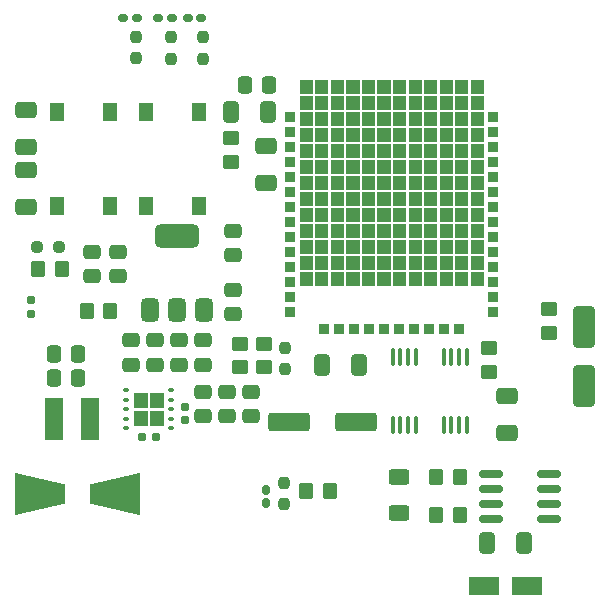
<source format=gtp>
G04 #@! TF.GenerationSoftware,KiCad,Pcbnew,8.0.7*
G04 #@! TF.CreationDate,2025-07-06T21:45:57+02:00*
G04 #@! TF.ProjectId,modbus-to-x,6d6f6462-7573-42d7-946f-2d782e6b6963,rev?*
G04 #@! TF.SameCoordinates,Original*
G04 #@! TF.FileFunction,Paste,Top*
G04 #@! TF.FilePolarity,Positive*
%FSLAX46Y46*%
G04 Gerber Fmt 4.6, Leading zero omitted, Abs format (unit mm)*
G04 Created by KiCad (PCBNEW 8.0.7) date 2025-07-06 21:45:57*
%MOMM*%
%LPD*%
G01*
G04 APERTURE LIST*
G04 Aperture macros list*
%AMRoundRect*
0 Rectangle with rounded corners*
0 $1 Rounding radius*
0 $2 $3 $4 $5 $6 $7 $8 $9 X,Y pos of 4 corners*
0 Add a 4 corners polygon primitive as box body*
4,1,4,$2,$3,$4,$5,$6,$7,$8,$9,$2,$3,0*
0 Add four circle primitives for the rounded corners*
1,1,$1+$1,$2,$3*
1,1,$1+$1,$4,$5*
1,1,$1+$1,$6,$7*
1,1,$1+$1,$8,$9*
0 Add four rect primitives between the rounded corners*
20,1,$1+$1,$2,$3,$4,$5,0*
20,1,$1+$1,$4,$5,$6,$7,0*
20,1,$1+$1,$6,$7,$8,$9,0*
20,1,$1+$1,$8,$9,$2,$3,0*%
%AMOutline4P*
0 Free polygon, 4 corners , with rotation*
0 The origin of the aperture is its center*
0 number of corners: always 4*
0 $1 to $8 corner X, Y*
0 $9 Rotation angle, in degrees counterclockwise*
0 create outline with 4 corners*
4,1,4,$1,$2,$3,$4,$5,$6,$7,$8,$1,$2,$9*%
G04 Aperture macros list end*
%ADD10C,0.000000*%
%ADD11RoundRect,0.155000X-0.212500X-0.155000X0.212500X-0.155000X0.212500X0.155000X-0.212500X0.155000X0*%
%ADD12RoundRect,0.250000X-0.475000X0.337500X-0.475000X-0.337500X0.475000X-0.337500X0.475000X0.337500X0*%
%ADD13RoundRect,0.237500X0.237500X-0.250000X0.237500X0.250000X-0.237500X0.250000X-0.237500X-0.250000X0*%
%ADD14RoundRect,0.100000X-0.100000X0.637500X-0.100000X-0.637500X0.100000X-0.637500X0.100000X0.637500X0*%
%ADD15RoundRect,0.250000X-0.450000X0.350000X-0.450000X-0.350000X0.450000X-0.350000X0.450000X0.350000X0*%
%ADD16RoundRect,0.250000X0.337500X0.475000X-0.337500X0.475000X-0.337500X-0.475000X0.337500X-0.475000X0*%
%ADD17RoundRect,0.237500X-0.250000X-0.237500X0.250000X-0.237500X0.250000X0.237500X-0.250000X0.237500X0*%
%ADD18RoundRect,0.250000X-1.050000X-0.550000X1.050000X-0.550000X1.050000X0.550000X-1.050000X0.550000X0*%
%ADD19RoundRect,0.250000X-1.500000X-0.550000X1.500000X-0.550000X1.500000X0.550000X-1.500000X0.550000X0*%
%ADD20RoundRect,0.160000X-0.222500X-0.160000X0.222500X-0.160000X0.222500X0.160000X-0.222500X0.160000X0*%
%ADD21RoundRect,0.250000X0.475000X-0.337500X0.475000X0.337500X-0.475000X0.337500X-0.475000X-0.337500X0*%
%ADD22RoundRect,0.160000X0.160000X-0.222500X0.160000X0.222500X-0.160000X0.222500X-0.160000X-0.222500X0*%
%ADD23RoundRect,0.160000X0.222500X0.160000X-0.222500X0.160000X-0.222500X-0.160000X0.222500X-0.160000X0*%
%ADD24RoundRect,0.375000X0.375000X-0.625000X0.375000X0.625000X-0.375000X0.625000X-0.375000X-0.625000X0*%
%ADD25RoundRect,0.500000X1.400000X-0.500000X1.400000X0.500000X-1.400000X0.500000X-1.400000X-0.500000X0*%
%ADD26R,0.838200X0.889000*%
%ADD27R,0.889000X0.838200*%
%ADD28RoundRect,0.250000X0.350000X0.450000X-0.350000X0.450000X-0.350000X-0.450000X0.350000X-0.450000X0*%
%ADD29RoundRect,0.160000X0.160000X-0.197500X0.160000X0.197500X-0.160000X0.197500X-0.160000X-0.197500X0*%
%ADD30RoundRect,0.250000X-0.350000X-0.450000X0.350000X-0.450000X0.350000X0.450000X-0.350000X0.450000X0*%
%ADD31RoundRect,0.250000X-0.650000X0.412500X-0.650000X-0.412500X0.650000X-0.412500X0.650000X0.412500X0*%
%ADD32RoundRect,0.250000X-0.412500X-0.650000X0.412500X-0.650000X0.412500X0.650000X-0.412500X0.650000X0*%
%ADD33R,1.300000X1.550000*%
%ADD34RoundRect,0.250000X0.412500X0.650000X-0.412500X0.650000X-0.412500X-0.650000X0.412500X-0.650000X0*%
%ADD35Outline4P,-2.150000X-1.800000X2.150000X-0.800000X2.150000X0.800000X-2.150000X1.800000X180.000000*%
%ADD36Outline4P,-2.150000X-1.800000X2.150000X-0.800000X2.150000X0.800000X-2.150000X1.800000X0.000000*%
%ADD37RoundRect,0.155000X0.155000X-0.212500X0.155000X0.212500X-0.155000X0.212500X-0.155000X-0.212500X0*%
%ADD38O,0.599999X0.299999*%
%ADD39RoundRect,0.250000X-0.650000X1.500000X-0.650000X-1.500000X0.650000X-1.500000X0.650000X1.500000X0*%
%ADD40RoundRect,0.250000X-0.625000X0.400000X-0.625000X-0.400000X0.625000X-0.400000X0.625000X0.400000X0*%
%ADD41RoundRect,0.150000X0.825000X0.150000X-0.825000X0.150000X-0.825000X-0.150000X0.825000X-0.150000X0*%
%ADD42RoundRect,0.250000X0.450000X-0.350000X0.450000X0.350000X-0.450000X0.350000X-0.450000X-0.350000X0*%
%ADD43R,1.500000X3.600000*%
%ADD44RoundRect,0.250000X0.650000X-0.412500X0.650000X0.412500X-0.650000X0.412500X-0.650000X-0.412500X0*%
%ADD45RoundRect,0.237500X-0.237500X0.250000X-0.237500X-0.250000X0.237500X-0.250000X0.237500X0.250000X0*%
G04 APERTURE END LIST*
D10*
G36*
X103785667Y-86538715D02*
G01*
X102669100Y-86538715D01*
X102669100Y-85384700D01*
X103785667Y-85384700D01*
X103785667Y-86538715D01*
G37*
G36*
X103785667Y-87892731D02*
G01*
X102669100Y-87892731D01*
X102669100Y-86738715D01*
X103785667Y-86738715D01*
X103785667Y-87892731D01*
G37*
G36*
X103785667Y-89246746D02*
G01*
X102669100Y-89246746D01*
X102669100Y-88092730D01*
X103785667Y-88092730D01*
X103785667Y-89246746D01*
G37*
G36*
X103785667Y-90600762D02*
G01*
X102669100Y-90600762D01*
X102669100Y-89446746D01*
X103785667Y-89446746D01*
X103785667Y-90600762D01*
G37*
G36*
X103785667Y-91954777D02*
G01*
X102669100Y-91954777D01*
X102669100Y-90800761D01*
X103785667Y-90800761D01*
X103785667Y-91954777D01*
G37*
G36*
X103785667Y-93308792D02*
G01*
X102669100Y-93308792D01*
X102669100Y-92154777D01*
X103785667Y-92154777D01*
X103785667Y-93308792D01*
G37*
G36*
X103785667Y-94662808D02*
G01*
X102669100Y-94662808D01*
X102669100Y-93508792D01*
X103785667Y-93508792D01*
X103785667Y-94662808D01*
G37*
G36*
X103785667Y-96016823D02*
G01*
X102669100Y-96016823D01*
X102669100Y-94862808D01*
X103785667Y-94862808D01*
X103785667Y-96016823D01*
G37*
G36*
X103785667Y-97370839D02*
G01*
X102669100Y-97370839D01*
X102669100Y-96216823D01*
X103785667Y-96216823D01*
X103785667Y-97370839D01*
G37*
G36*
X103785667Y-98724854D02*
G01*
X102669100Y-98724854D01*
X102669100Y-97570838D01*
X103785667Y-97570838D01*
X103785667Y-98724854D01*
G37*
G36*
X103785667Y-100078870D02*
G01*
X102669100Y-100078870D01*
X102669100Y-98924854D01*
X103785667Y-98924854D01*
X103785667Y-100078870D01*
G37*
G36*
X103785667Y-101432885D02*
G01*
X102669100Y-101432885D01*
X102669100Y-100278869D01*
X103785667Y-100278869D01*
X103785667Y-101432885D01*
G37*
G36*
X103785667Y-102786900D02*
G01*
X102669100Y-102786900D01*
X102669100Y-101632885D01*
X103785667Y-101632885D01*
X103785667Y-102786900D01*
G37*
G36*
X105102234Y-86538715D02*
G01*
X103985667Y-86538715D01*
X103985667Y-85384700D01*
X105102234Y-85384700D01*
X105102234Y-86538715D01*
G37*
G36*
X105102234Y-87892731D02*
G01*
X103985667Y-87892731D01*
X103985667Y-86738715D01*
X105102234Y-86738715D01*
X105102234Y-87892731D01*
G37*
G36*
X105102234Y-89246746D02*
G01*
X103985667Y-89246746D01*
X103985667Y-88092730D01*
X105102234Y-88092730D01*
X105102234Y-89246746D01*
G37*
G36*
X105102234Y-90600762D02*
G01*
X103985667Y-90600762D01*
X103985667Y-89446746D01*
X105102234Y-89446746D01*
X105102234Y-90600762D01*
G37*
G36*
X105102234Y-91954777D02*
G01*
X103985667Y-91954777D01*
X103985667Y-90800761D01*
X105102234Y-90800761D01*
X105102234Y-91954777D01*
G37*
G36*
X105102234Y-93308792D02*
G01*
X103985667Y-93308792D01*
X103985667Y-92154777D01*
X105102234Y-92154777D01*
X105102234Y-93308792D01*
G37*
G36*
X105102234Y-94662808D02*
G01*
X103985667Y-94662808D01*
X103985667Y-93508792D01*
X105102234Y-93508792D01*
X105102234Y-94662808D01*
G37*
G36*
X105102234Y-96016823D02*
G01*
X103985667Y-96016823D01*
X103985667Y-94862808D01*
X105102234Y-94862808D01*
X105102234Y-96016823D01*
G37*
G36*
X105102234Y-97370839D02*
G01*
X103985667Y-97370839D01*
X103985667Y-96216823D01*
X105102234Y-96216823D01*
X105102234Y-97370839D01*
G37*
G36*
X105102234Y-98724854D02*
G01*
X103985667Y-98724854D01*
X103985667Y-97570838D01*
X105102234Y-97570838D01*
X105102234Y-98724854D01*
G37*
G36*
X105102234Y-100078870D02*
G01*
X103985667Y-100078870D01*
X103985667Y-98924854D01*
X105102234Y-98924854D01*
X105102234Y-100078870D01*
G37*
G36*
X105102234Y-101432885D02*
G01*
X103985667Y-101432885D01*
X103985667Y-100278869D01*
X105102234Y-100278869D01*
X105102234Y-101432885D01*
G37*
G36*
X105102234Y-102786900D02*
G01*
X103985667Y-102786900D01*
X103985667Y-101632885D01*
X105102234Y-101632885D01*
X105102234Y-102786900D01*
G37*
G36*
X106418800Y-86538715D02*
G01*
X105302233Y-86538715D01*
X105302233Y-85384700D01*
X106418800Y-85384700D01*
X106418800Y-86538715D01*
G37*
G36*
X106418800Y-87892731D02*
G01*
X105302233Y-87892731D01*
X105302233Y-86738715D01*
X106418800Y-86738715D01*
X106418800Y-87892731D01*
G37*
G36*
X106418800Y-89246746D02*
G01*
X105302233Y-89246746D01*
X105302233Y-88092730D01*
X106418800Y-88092730D01*
X106418800Y-89246746D01*
G37*
G36*
X106418800Y-90600762D02*
G01*
X105302233Y-90600762D01*
X105302233Y-89446746D01*
X106418800Y-89446746D01*
X106418800Y-90600762D01*
G37*
G36*
X106418800Y-91954777D02*
G01*
X105302233Y-91954777D01*
X105302233Y-90800761D01*
X106418800Y-90800761D01*
X106418800Y-91954777D01*
G37*
G36*
X106418800Y-93308792D02*
G01*
X105302233Y-93308792D01*
X105302233Y-92154777D01*
X106418800Y-92154777D01*
X106418800Y-93308792D01*
G37*
G36*
X106418800Y-94662808D02*
G01*
X105302233Y-94662808D01*
X105302233Y-93508792D01*
X106418800Y-93508792D01*
X106418800Y-94662808D01*
G37*
G36*
X106418800Y-96016823D02*
G01*
X105302233Y-96016823D01*
X105302233Y-94862808D01*
X106418800Y-94862808D01*
X106418800Y-96016823D01*
G37*
G36*
X106418800Y-97370839D02*
G01*
X105302233Y-97370839D01*
X105302233Y-96216823D01*
X106418800Y-96216823D01*
X106418800Y-97370839D01*
G37*
G36*
X106418800Y-98724854D02*
G01*
X105302233Y-98724854D01*
X105302233Y-97570838D01*
X106418800Y-97570838D01*
X106418800Y-98724854D01*
G37*
G36*
X106418800Y-100078870D02*
G01*
X105302233Y-100078870D01*
X105302233Y-98924854D01*
X106418800Y-98924854D01*
X106418800Y-100078870D01*
G37*
G36*
X106418800Y-101432885D02*
G01*
X105302233Y-101432885D01*
X105302233Y-100278869D01*
X106418800Y-100278869D01*
X106418800Y-101432885D01*
G37*
G36*
X106418800Y-102786900D02*
G01*
X105302233Y-102786900D01*
X105302233Y-101632885D01*
X106418800Y-101632885D01*
X106418800Y-102786900D01*
G37*
G36*
X107735367Y-86538715D02*
G01*
X106618800Y-86538715D01*
X106618800Y-85384700D01*
X107735367Y-85384700D01*
X107735367Y-86538715D01*
G37*
G36*
X107735367Y-87892731D02*
G01*
X106618800Y-87892731D01*
X106618800Y-86738715D01*
X107735367Y-86738715D01*
X107735367Y-87892731D01*
G37*
G36*
X107735367Y-89246746D02*
G01*
X106618800Y-89246746D01*
X106618800Y-88092730D01*
X107735367Y-88092730D01*
X107735367Y-89246746D01*
G37*
G36*
X107735367Y-90600762D02*
G01*
X106618800Y-90600762D01*
X106618800Y-89446746D01*
X107735367Y-89446746D01*
X107735367Y-90600762D01*
G37*
G36*
X107735367Y-91954777D02*
G01*
X106618800Y-91954777D01*
X106618800Y-90800761D01*
X107735367Y-90800761D01*
X107735367Y-91954777D01*
G37*
G36*
X107735367Y-93308792D02*
G01*
X106618800Y-93308792D01*
X106618800Y-92154777D01*
X107735367Y-92154777D01*
X107735367Y-93308792D01*
G37*
G36*
X107735367Y-94662808D02*
G01*
X106618800Y-94662808D01*
X106618800Y-93508792D01*
X107735367Y-93508792D01*
X107735367Y-94662808D01*
G37*
G36*
X107735367Y-96016823D02*
G01*
X106618800Y-96016823D01*
X106618800Y-94862808D01*
X107735367Y-94862808D01*
X107735367Y-96016823D01*
G37*
G36*
X107735367Y-97370839D02*
G01*
X106618800Y-97370839D01*
X106618800Y-96216823D01*
X107735367Y-96216823D01*
X107735367Y-97370839D01*
G37*
G36*
X107735367Y-98724854D02*
G01*
X106618800Y-98724854D01*
X106618800Y-97570838D01*
X107735367Y-97570838D01*
X107735367Y-98724854D01*
G37*
G36*
X107735367Y-100078870D02*
G01*
X106618800Y-100078870D01*
X106618800Y-98924854D01*
X107735367Y-98924854D01*
X107735367Y-100078870D01*
G37*
G36*
X107735367Y-101432885D02*
G01*
X106618800Y-101432885D01*
X106618800Y-100278869D01*
X107735367Y-100278869D01*
X107735367Y-101432885D01*
G37*
G36*
X107735367Y-102786900D02*
G01*
X106618800Y-102786900D01*
X106618800Y-101632885D01*
X107735367Y-101632885D01*
X107735367Y-102786900D01*
G37*
G36*
X109051934Y-86538715D02*
G01*
X107935367Y-86538715D01*
X107935367Y-85384700D01*
X109051934Y-85384700D01*
X109051934Y-86538715D01*
G37*
G36*
X109051934Y-87892731D02*
G01*
X107935367Y-87892731D01*
X107935367Y-86738715D01*
X109051934Y-86738715D01*
X109051934Y-87892731D01*
G37*
G36*
X109051934Y-89246746D02*
G01*
X107935367Y-89246746D01*
X107935367Y-88092730D01*
X109051934Y-88092730D01*
X109051934Y-89246746D01*
G37*
G36*
X109051934Y-90600762D02*
G01*
X107935367Y-90600762D01*
X107935367Y-89446746D01*
X109051934Y-89446746D01*
X109051934Y-90600762D01*
G37*
G36*
X109051934Y-91954777D02*
G01*
X107935367Y-91954777D01*
X107935367Y-90800761D01*
X109051934Y-90800761D01*
X109051934Y-91954777D01*
G37*
G36*
X109051934Y-93308792D02*
G01*
X107935367Y-93308792D01*
X107935367Y-92154777D01*
X109051934Y-92154777D01*
X109051934Y-93308792D01*
G37*
G36*
X109051934Y-94662808D02*
G01*
X107935367Y-94662808D01*
X107935367Y-93508792D01*
X109051934Y-93508792D01*
X109051934Y-94662808D01*
G37*
G36*
X109051934Y-96016823D02*
G01*
X107935367Y-96016823D01*
X107935367Y-94862808D01*
X109051934Y-94862808D01*
X109051934Y-96016823D01*
G37*
G36*
X109051934Y-97370839D02*
G01*
X107935367Y-97370839D01*
X107935367Y-96216823D01*
X109051934Y-96216823D01*
X109051934Y-97370839D01*
G37*
G36*
X109051934Y-98724854D02*
G01*
X107935367Y-98724854D01*
X107935367Y-97570838D01*
X109051934Y-97570838D01*
X109051934Y-98724854D01*
G37*
G36*
X109051934Y-100078870D02*
G01*
X107935367Y-100078870D01*
X107935367Y-98924854D01*
X109051934Y-98924854D01*
X109051934Y-100078870D01*
G37*
G36*
X109051934Y-101432885D02*
G01*
X107935367Y-101432885D01*
X107935367Y-100278869D01*
X109051934Y-100278869D01*
X109051934Y-101432885D01*
G37*
G36*
X109051934Y-102786900D02*
G01*
X107935367Y-102786900D01*
X107935367Y-101632885D01*
X109051934Y-101632885D01*
X109051934Y-102786900D01*
G37*
G36*
X110368500Y-86538715D02*
G01*
X109251933Y-86538715D01*
X109251933Y-85384700D01*
X110368500Y-85384700D01*
X110368500Y-86538715D01*
G37*
G36*
X110368500Y-87892731D02*
G01*
X109251933Y-87892731D01*
X109251933Y-86738715D01*
X110368500Y-86738715D01*
X110368500Y-87892731D01*
G37*
G36*
X110368500Y-89246746D02*
G01*
X109251933Y-89246746D01*
X109251933Y-88092730D01*
X110368500Y-88092730D01*
X110368500Y-89246746D01*
G37*
G36*
X110368500Y-90600762D02*
G01*
X109251933Y-90600762D01*
X109251933Y-89446746D01*
X110368500Y-89446746D01*
X110368500Y-90600762D01*
G37*
G36*
X110368500Y-91954777D02*
G01*
X109251933Y-91954777D01*
X109251933Y-90800761D01*
X110368500Y-90800761D01*
X110368500Y-91954777D01*
G37*
G36*
X110368500Y-93308792D02*
G01*
X109251933Y-93308792D01*
X109251933Y-92154777D01*
X110368500Y-92154777D01*
X110368500Y-93308792D01*
G37*
G36*
X110368500Y-94662808D02*
G01*
X109251933Y-94662808D01*
X109251933Y-93508792D01*
X110368500Y-93508792D01*
X110368500Y-94662808D01*
G37*
G36*
X110368500Y-96016823D02*
G01*
X109251933Y-96016823D01*
X109251933Y-94862808D01*
X110368500Y-94862808D01*
X110368500Y-96016823D01*
G37*
G36*
X110368500Y-97370839D02*
G01*
X109251933Y-97370839D01*
X109251933Y-96216823D01*
X110368500Y-96216823D01*
X110368500Y-97370839D01*
G37*
G36*
X110368500Y-98724854D02*
G01*
X109251933Y-98724854D01*
X109251933Y-97570838D01*
X110368500Y-97570838D01*
X110368500Y-98724854D01*
G37*
G36*
X110368500Y-100078870D02*
G01*
X109251933Y-100078870D01*
X109251933Y-98924854D01*
X110368500Y-98924854D01*
X110368500Y-100078870D01*
G37*
G36*
X110368500Y-101432885D02*
G01*
X109251933Y-101432885D01*
X109251933Y-100278869D01*
X110368500Y-100278869D01*
X110368500Y-101432885D01*
G37*
G36*
X110368500Y-102786900D02*
G01*
X109251933Y-102786900D01*
X109251933Y-101632885D01*
X110368500Y-101632885D01*
X110368500Y-102786900D01*
G37*
G36*
X111685067Y-86538715D02*
G01*
X110568500Y-86538715D01*
X110568500Y-85384700D01*
X111685067Y-85384700D01*
X111685067Y-86538715D01*
G37*
G36*
X111685067Y-87892731D02*
G01*
X110568500Y-87892731D01*
X110568500Y-86738715D01*
X111685067Y-86738715D01*
X111685067Y-87892731D01*
G37*
G36*
X111685067Y-89246746D02*
G01*
X110568500Y-89246746D01*
X110568500Y-88092730D01*
X111685067Y-88092730D01*
X111685067Y-89246746D01*
G37*
G36*
X111685067Y-90600762D02*
G01*
X110568500Y-90600762D01*
X110568500Y-89446746D01*
X111685067Y-89446746D01*
X111685067Y-90600762D01*
G37*
G36*
X111685067Y-91954777D02*
G01*
X110568500Y-91954777D01*
X110568500Y-90800761D01*
X111685067Y-90800761D01*
X111685067Y-91954777D01*
G37*
G36*
X111685067Y-93308792D02*
G01*
X110568500Y-93308792D01*
X110568500Y-92154777D01*
X111685067Y-92154777D01*
X111685067Y-93308792D01*
G37*
G36*
X111685067Y-94662808D02*
G01*
X110568500Y-94662808D01*
X110568500Y-93508792D01*
X111685067Y-93508792D01*
X111685067Y-94662808D01*
G37*
G36*
X111685067Y-96016823D02*
G01*
X110568500Y-96016823D01*
X110568500Y-94862808D01*
X111685067Y-94862808D01*
X111685067Y-96016823D01*
G37*
G36*
X111685067Y-97370839D02*
G01*
X110568500Y-97370839D01*
X110568500Y-96216823D01*
X111685067Y-96216823D01*
X111685067Y-97370839D01*
G37*
G36*
X111685067Y-98724854D02*
G01*
X110568500Y-98724854D01*
X110568500Y-97570838D01*
X111685067Y-97570838D01*
X111685067Y-98724854D01*
G37*
G36*
X111685067Y-100078870D02*
G01*
X110568500Y-100078870D01*
X110568500Y-98924854D01*
X111685067Y-98924854D01*
X111685067Y-100078870D01*
G37*
G36*
X111685067Y-101432885D02*
G01*
X110568500Y-101432885D01*
X110568500Y-100278869D01*
X111685067Y-100278869D01*
X111685067Y-101432885D01*
G37*
G36*
X111685067Y-102786900D02*
G01*
X110568500Y-102786900D01*
X110568500Y-101632885D01*
X111685067Y-101632885D01*
X111685067Y-102786900D01*
G37*
G36*
X113001633Y-86538715D02*
G01*
X111885066Y-86538715D01*
X111885066Y-85384700D01*
X113001633Y-85384700D01*
X113001633Y-86538715D01*
G37*
G36*
X113001633Y-87892731D02*
G01*
X111885066Y-87892731D01*
X111885066Y-86738715D01*
X113001633Y-86738715D01*
X113001633Y-87892731D01*
G37*
G36*
X113001633Y-89246746D02*
G01*
X111885066Y-89246746D01*
X111885066Y-88092730D01*
X113001633Y-88092730D01*
X113001633Y-89246746D01*
G37*
G36*
X113001633Y-90600762D02*
G01*
X111885066Y-90600762D01*
X111885066Y-89446746D01*
X113001633Y-89446746D01*
X113001633Y-90600762D01*
G37*
G36*
X113001633Y-91954777D02*
G01*
X111885066Y-91954777D01*
X111885066Y-90800761D01*
X113001633Y-90800761D01*
X113001633Y-91954777D01*
G37*
G36*
X113001633Y-93308792D02*
G01*
X111885066Y-93308792D01*
X111885066Y-92154777D01*
X113001633Y-92154777D01*
X113001633Y-93308792D01*
G37*
G36*
X113001633Y-94662808D02*
G01*
X111885066Y-94662808D01*
X111885066Y-93508792D01*
X113001633Y-93508792D01*
X113001633Y-94662808D01*
G37*
G36*
X113001633Y-96016823D02*
G01*
X111885066Y-96016823D01*
X111885066Y-94862808D01*
X113001633Y-94862808D01*
X113001633Y-96016823D01*
G37*
G36*
X113001633Y-97370839D02*
G01*
X111885066Y-97370839D01*
X111885066Y-96216823D01*
X113001633Y-96216823D01*
X113001633Y-97370839D01*
G37*
G36*
X113001633Y-98724854D02*
G01*
X111885066Y-98724854D01*
X111885066Y-97570838D01*
X113001633Y-97570838D01*
X113001633Y-98724854D01*
G37*
G36*
X113001633Y-100078870D02*
G01*
X111885066Y-100078870D01*
X111885066Y-98924854D01*
X113001633Y-98924854D01*
X113001633Y-100078870D01*
G37*
G36*
X113001633Y-101432885D02*
G01*
X111885066Y-101432885D01*
X111885066Y-100278869D01*
X113001633Y-100278869D01*
X113001633Y-101432885D01*
G37*
G36*
X113001633Y-102786900D02*
G01*
X111885066Y-102786900D01*
X111885066Y-101632885D01*
X113001633Y-101632885D01*
X113001633Y-102786900D01*
G37*
G36*
X114318200Y-86538715D02*
G01*
X113201633Y-86538715D01*
X113201633Y-85384700D01*
X114318200Y-85384700D01*
X114318200Y-86538715D01*
G37*
G36*
X114318200Y-87892731D02*
G01*
X113201633Y-87892731D01*
X113201633Y-86738715D01*
X114318200Y-86738715D01*
X114318200Y-87892731D01*
G37*
G36*
X114318200Y-89246746D02*
G01*
X113201633Y-89246746D01*
X113201633Y-88092730D01*
X114318200Y-88092730D01*
X114318200Y-89246746D01*
G37*
G36*
X114318200Y-90600762D02*
G01*
X113201633Y-90600762D01*
X113201633Y-89446746D01*
X114318200Y-89446746D01*
X114318200Y-90600762D01*
G37*
G36*
X114318200Y-91954777D02*
G01*
X113201633Y-91954777D01*
X113201633Y-90800761D01*
X114318200Y-90800761D01*
X114318200Y-91954777D01*
G37*
G36*
X114318200Y-93308792D02*
G01*
X113201633Y-93308792D01*
X113201633Y-92154777D01*
X114318200Y-92154777D01*
X114318200Y-93308792D01*
G37*
G36*
X114318200Y-94662808D02*
G01*
X113201633Y-94662808D01*
X113201633Y-93508792D01*
X114318200Y-93508792D01*
X114318200Y-94662808D01*
G37*
G36*
X114318200Y-96016823D02*
G01*
X113201633Y-96016823D01*
X113201633Y-94862808D01*
X114318200Y-94862808D01*
X114318200Y-96016823D01*
G37*
G36*
X114318200Y-97370839D02*
G01*
X113201633Y-97370839D01*
X113201633Y-96216823D01*
X114318200Y-96216823D01*
X114318200Y-97370839D01*
G37*
G36*
X114318200Y-98724854D02*
G01*
X113201633Y-98724854D01*
X113201633Y-97570838D01*
X114318200Y-97570838D01*
X114318200Y-98724854D01*
G37*
G36*
X114318200Y-100078870D02*
G01*
X113201633Y-100078870D01*
X113201633Y-98924854D01*
X114318200Y-98924854D01*
X114318200Y-100078870D01*
G37*
G36*
X114318200Y-101432885D02*
G01*
X113201633Y-101432885D01*
X113201633Y-100278869D01*
X114318200Y-100278869D01*
X114318200Y-101432885D01*
G37*
G36*
X114318200Y-102786900D02*
G01*
X113201633Y-102786900D01*
X113201633Y-101632885D01*
X114318200Y-101632885D01*
X114318200Y-102786900D01*
G37*
G36*
X115634767Y-86538715D02*
G01*
X114518200Y-86538715D01*
X114518200Y-85384700D01*
X115634767Y-85384700D01*
X115634767Y-86538715D01*
G37*
G36*
X115634767Y-87892731D02*
G01*
X114518200Y-87892731D01*
X114518200Y-86738715D01*
X115634767Y-86738715D01*
X115634767Y-87892731D01*
G37*
G36*
X115634767Y-89246746D02*
G01*
X114518200Y-89246746D01*
X114518200Y-88092730D01*
X115634767Y-88092730D01*
X115634767Y-89246746D01*
G37*
G36*
X115634767Y-90600762D02*
G01*
X114518200Y-90600762D01*
X114518200Y-89446746D01*
X115634767Y-89446746D01*
X115634767Y-90600762D01*
G37*
G36*
X115634767Y-91954777D02*
G01*
X114518200Y-91954777D01*
X114518200Y-90800761D01*
X115634767Y-90800761D01*
X115634767Y-91954777D01*
G37*
G36*
X115634767Y-93308792D02*
G01*
X114518200Y-93308792D01*
X114518200Y-92154777D01*
X115634767Y-92154777D01*
X115634767Y-93308792D01*
G37*
G36*
X115634767Y-94662808D02*
G01*
X114518200Y-94662808D01*
X114518200Y-93508792D01*
X115634767Y-93508792D01*
X115634767Y-94662808D01*
G37*
G36*
X115634767Y-96016823D02*
G01*
X114518200Y-96016823D01*
X114518200Y-94862808D01*
X115634767Y-94862808D01*
X115634767Y-96016823D01*
G37*
G36*
X115634767Y-97370839D02*
G01*
X114518200Y-97370839D01*
X114518200Y-96216823D01*
X115634767Y-96216823D01*
X115634767Y-97370839D01*
G37*
G36*
X115634767Y-98724854D02*
G01*
X114518200Y-98724854D01*
X114518200Y-97570838D01*
X115634767Y-97570838D01*
X115634767Y-98724854D01*
G37*
G36*
X115634767Y-100078870D02*
G01*
X114518200Y-100078870D01*
X114518200Y-98924854D01*
X115634767Y-98924854D01*
X115634767Y-100078870D01*
G37*
G36*
X115634767Y-101432885D02*
G01*
X114518200Y-101432885D01*
X114518200Y-100278869D01*
X115634767Y-100278869D01*
X115634767Y-101432885D01*
G37*
G36*
X115634767Y-102786900D02*
G01*
X114518200Y-102786900D01*
X114518200Y-101632885D01*
X115634767Y-101632885D01*
X115634767Y-102786900D01*
G37*
G36*
X116951333Y-86538715D02*
G01*
X115834766Y-86538715D01*
X115834766Y-85384700D01*
X116951333Y-85384700D01*
X116951333Y-86538715D01*
G37*
G36*
X116951333Y-87892731D02*
G01*
X115834766Y-87892731D01*
X115834766Y-86738715D01*
X116951333Y-86738715D01*
X116951333Y-87892731D01*
G37*
G36*
X116951333Y-89246746D02*
G01*
X115834766Y-89246746D01*
X115834766Y-88092730D01*
X116951333Y-88092730D01*
X116951333Y-89246746D01*
G37*
G36*
X116951333Y-90600762D02*
G01*
X115834766Y-90600762D01*
X115834766Y-89446746D01*
X116951333Y-89446746D01*
X116951333Y-90600762D01*
G37*
G36*
X116951333Y-91954777D02*
G01*
X115834766Y-91954777D01*
X115834766Y-90800761D01*
X116951333Y-90800761D01*
X116951333Y-91954777D01*
G37*
G36*
X116951333Y-93308792D02*
G01*
X115834766Y-93308792D01*
X115834766Y-92154777D01*
X116951333Y-92154777D01*
X116951333Y-93308792D01*
G37*
G36*
X116951333Y-94662808D02*
G01*
X115834766Y-94662808D01*
X115834766Y-93508792D01*
X116951333Y-93508792D01*
X116951333Y-94662808D01*
G37*
G36*
X116951333Y-96016823D02*
G01*
X115834766Y-96016823D01*
X115834766Y-94862808D01*
X116951333Y-94862808D01*
X116951333Y-96016823D01*
G37*
G36*
X116951333Y-97370839D02*
G01*
X115834766Y-97370839D01*
X115834766Y-96216823D01*
X116951333Y-96216823D01*
X116951333Y-97370839D01*
G37*
G36*
X116951333Y-98724854D02*
G01*
X115834766Y-98724854D01*
X115834766Y-97570838D01*
X116951333Y-97570838D01*
X116951333Y-98724854D01*
G37*
G36*
X116951333Y-100078870D02*
G01*
X115834766Y-100078870D01*
X115834766Y-98924854D01*
X116951333Y-98924854D01*
X116951333Y-100078870D01*
G37*
G36*
X116951333Y-101432885D02*
G01*
X115834766Y-101432885D01*
X115834766Y-100278869D01*
X116951333Y-100278869D01*
X116951333Y-101432885D01*
G37*
G36*
X116951333Y-102786900D02*
G01*
X115834766Y-102786900D01*
X115834766Y-101632885D01*
X116951333Y-101632885D01*
X116951333Y-102786900D01*
G37*
G36*
X118267900Y-86538715D02*
G01*
X117151333Y-86538715D01*
X117151333Y-85384700D01*
X118267900Y-85384700D01*
X118267900Y-86538715D01*
G37*
G36*
X118267900Y-87892731D02*
G01*
X117151333Y-87892731D01*
X117151333Y-86738715D01*
X118267900Y-86738715D01*
X118267900Y-87892731D01*
G37*
G36*
X118267900Y-89246746D02*
G01*
X117151333Y-89246746D01*
X117151333Y-88092730D01*
X118267900Y-88092730D01*
X118267900Y-89246746D01*
G37*
G36*
X118267900Y-90600762D02*
G01*
X117151333Y-90600762D01*
X117151333Y-89446746D01*
X118267900Y-89446746D01*
X118267900Y-90600762D01*
G37*
G36*
X118267900Y-91954777D02*
G01*
X117151333Y-91954777D01*
X117151333Y-90800761D01*
X118267900Y-90800761D01*
X118267900Y-91954777D01*
G37*
G36*
X118267900Y-93308792D02*
G01*
X117151333Y-93308792D01*
X117151333Y-92154777D01*
X118267900Y-92154777D01*
X118267900Y-93308792D01*
G37*
G36*
X118267900Y-94662808D02*
G01*
X117151333Y-94662808D01*
X117151333Y-93508792D01*
X118267900Y-93508792D01*
X118267900Y-94662808D01*
G37*
G36*
X118267900Y-96016823D02*
G01*
X117151333Y-96016823D01*
X117151333Y-94862808D01*
X118267900Y-94862808D01*
X118267900Y-96016823D01*
G37*
G36*
X118267900Y-97370839D02*
G01*
X117151333Y-97370839D01*
X117151333Y-96216823D01*
X118267900Y-96216823D01*
X118267900Y-97370839D01*
G37*
G36*
X118267900Y-98724854D02*
G01*
X117151333Y-98724854D01*
X117151333Y-97570838D01*
X118267900Y-97570838D01*
X118267900Y-98724854D01*
G37*
G36*
X118267900Y-100078870D02*
G01*
X117151333Y-100078870D01*
X117151333Y-98924854D01*
X118267900Y-98924854D01*
X118267900Y-100078870D01*
G37*
G36*
X118267900Y-101432885D02*
G01*
X117151333Y-101432885D01*
X117151333Y-100278869D01*
X118267900Y-100278869D01*
X118267900Y-101432885D01*
G37*
G36*
X118267900Y-102786900D02*
G01*
X117151333Y-102786900D01*
X117151333Y-101632885D01*
X118267900Y-101632885D01*
X118267900Y-102786900D01*
G37*
G36*
X89794500Y-113162800D02*
G01*
X88646499Y-113162800D01*
X88646499Y-111852800D01*
X89794500Y-111852800D01*
X89794500Y-113162800D01*
G37*
G36*
X89794500Y-114672800D02*
G01*
X88646499Y-114672800D01*
X88646499Y-113362800D01*
X89794500Y-113362800D01*
X89794500Y-114672800D01*
G37*
G36*
X91142499Y-113162800D02*
G01*
X89994497Y-113162800D01*
X89994497Y-111852800D01*
X91142499Y-111852800D01*
X91142499Y-113162800D01*
G37*
G36*
X91142499Y-114672800D02*
G01*
X89994497Y-114672800D01*
X89994497Y-113362800D01*
X91142499Y-113362800D01*
X91142499Y-114672800D01*
G37*
D11*
X89327000Y-115618800D03*
X90462000Y-115618800D03*
D12*
X85064600Y-99902100D03*
X85064600Y-101977100D03*
X96498500Y-111787300D03*
X96498500Y-113862300D03*
D13*
X91750000Y-83575000D03*
X91750000Y-81750000D03*
D14*
X116802900Y-108825500D03*
X116152900Y-108825500D03*
X115502900Y-108825500D03*
X114852900Y-108825500D03*
X114852900Y-114550500D03*
X115502900Y-114550500D03*
X116152900Y-114550500D03*
X116802900Y-114550500D03*
D15*
X123799600Y-104765600D03*
X123799600Y-106765600D03*
D12*
X98530500Y-111787300D03*
X98530500Y-113862300D03*
D16*
X83925500Y-108563800D03*
X81850500Y-108563800D03*
D17*
X80427250Y-99510150D03*
X82252250Y-99510150D03*
D18*
X118291200Y-128219200D03*
X121891200Y-128219200D03*
D19*
X101801100Y-114329600D03*
X107401100Y-114329600D03*
D14*
X112484900Y-108825500D03*
X111834900Y-108825500D03*
X111184900Y-108825500D03*
X110534900Y-108825500D03*
X110534900Y-114550500D03*
X111184900Y-114550500D03*
X111834900Y-114550500D03*
X112484900Y-114550500D03*
D20*
X90677500Y-80162500D03*
X91822500Y-80162500D03*
D13*
X101299100Y-121287300D03*
X101299100Y-119462300D03*
D21*
X90402500Y-109474300D03*
X90402500Y-107399300D03*
D22*
X99825900Y-121215000D03*
X99825900Y-120070000D03*
D23*
X88862900Y-80162400D03*
X87717900Y-80162400D03*
D24*
X90007500Y-104855800D03*
X92307500Y-104855800D03*
D25*
X92307500Y-98555800D03*
D24*
X94607500Y-104855800D03*
D26*
X101887600Y-88482100D03*
X101887600Y-89752100D03*
X101887600Y-91022100D03*
X101887600Y-92292100D03*
X101887600Y-93562100D03*
X101887600Y-94832100D03*
X101887600Y-96102100D03*
X101887600Y-97372100D03*
X101887600Y-98642100D03*
X101887600Y-99912100D03*
X101887600Y-101182100D03*
X101887600Y-102452100D03*
X101887600Y-103722100D03*
X101887600Y-104992100D03*
D27*
X104753500Y-106416700D03*
X106023500Y-106416700D03*
X107293500Y-106416700D03*
X108563500Y-106416700D03*
X109833500Y-106416700D03*
X111103500Y-106416700D03*
X112373500Y-106416700D03*
X113643500Y-106416700D03*
X114913500Y-106416700D03*
X116183500Y-106416700D03*
D26*
X119049400Y-104992100D03*
X119049400Y-103722100D03*
X119049400Y-102452100D03*
X119049400Y-101182100D03*
X119049400Y-99912100D03*
X119049400Y-98642100D03*
X119049400Y-97372100D03*
X119049400Y-96102100D03*
X119049400Y-94832100D03*
X119049400Y-93562100D03*
X119049400Y-92292100D03*
X119049400Y-91022100D03*
X119049400Y-89752100D03*
X119049400Y-88482100D03*
D28*
X86632800Y-104952800D03*
X84632800Y-104952800D03*
D29*
X79908400Y-105194700D03*
X79908400Y-103999700D03*
D13*
X94500000Y-83575000D03*
X94500000Y-81750000D03*
D30*
X114214400Y-118973600D03*
X116214400Y-118973600D03*
D21*
X94466500Y-109474300D03*
X94466500Y-107399300D03*
D31*
X99800500Y-90999300D03*
X99800500Y-94124300D03*
D13*
X88849200Y-83542500D03*
X88849200Y-81717500D03*
D32*
X104562600Y-109503600D03*
X107687600Y-109503600D03*
D12*
X97028000Y-98124100D03*
X97028000Y-100199100D03*
D15*
X118723500Y-108097200D03*
X118723500Y-110097200D03*
D33*
X89676500Y-96028800D03*
X89676500Y-88078800D03*
X94176500Y-96028800D03*
X94176500Y-88078800D03*
D34*
X99966000Y-88116800D03*
X96841000Y-88116800D03*
D33*
X82147500Y-96028800D03*
X82147500Y-88078800D03*
X86647500Y-96028800D03*
X86647500Y-88078800D03*
D31*
X79502000Y-92976300D03*
X79502000Y-96101300D03*
D30*
X103241600Y-120142000D03*
X105241600Y-120142000D03*
D35*
X87070800Y-120446800D03*
D36*
X80670800Y-120446800D03*
D37*
X92917100Y-114156300D03*
X92917100Y-113021300D03*
D38*
X91794499Y-114862799D03*
X91794499Y-114062801D03*
X91794499Y-113262800D03*
X91794499Y-112462799D03*
X91794499Y-111662801D03*
X87994501Y-111662801D03*
X87994501Y-112462799D03*
X87994501Y-113262800D03*
X87994501Y-114062801D03*
X87994501Y-114862799D03*
D21*
X97028000Y-105228300D03*
X97028000Y-103153300D03*
D39*
X126699100Y-106277800D03*
X126699100Y-111277800D03*
D40*
X111099600Y-118947600D03*
X111099600Y-122047600D03*
D32*
X118528700Y-124612400D03*
X121653700Y-124612400D03*
D41*
X123789300Y-122584600D03*
X123789300Y-121314600D03*
X123789300Y-120044600D03*
X123789300Y-118774600D03*
X118839300Y-118774600D03*
X118839300Y-120044600D03*
X118839300Y-121314600D03*
X118839300Y-122584600D03*
D42*
X99673500Y-109690800D03*
X99673500Y-107690800D03*
D15*
X96879500Y-90291800D03*
X96879500Y-92291800D03*
D21*
X92434500Y-109474300D03*
X92434500Y-107399300D03*
D30*
X114214400Y-122174000D03*
X116214400Y-122174000D03*
D20*
X93177500Y-80162500D03*
X94322500Y-80162500D03*
D43*
X84942500Y-114094800D03*
X81892500Y-114094800D03*
D42*
X97641500Y-109690800D03*
X97641500Y-107690800D03*
D16*
X100076000Y-85830800D03*
X98001000Y-85830800D03*
D21*
X88370500Y-109474300D03*
X88370500Y-107399300D03*
D12*
X94466500Y-111787300D03*
X94466500Y-113862300D03*
D44*
X120247500Y-115231700D03*
X120247500Y-112106700D03*
D45*
X101451500Y-108032300D03*
X101451500Y-109857300D03*
D12*
X87249000Y-99902100D03*
X87249000Y-101977100D03*
D16*
X83925500Y-110595800D03*
X81850500Y-110595800D03*
D44*
X79502000Y-91033600D03*
X79502000Y-87908600D03*
D28*
X82542950Y-101338950D03*
X80542950Y-101338950D03*
M02*

</source>
